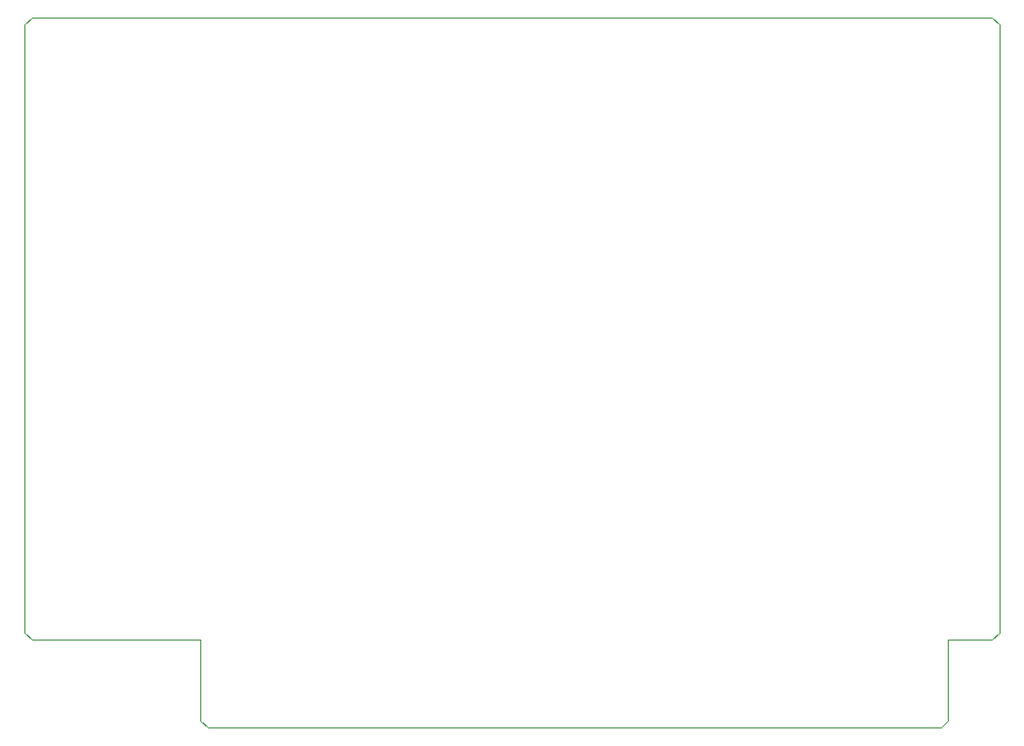
<source format=gbr>
G04 #@! TF.GenerationSoftware,KiCad,Pcbnew,5.1.5+dfsg1-2build2*
G04 #@! TF.CreationDate,2020-11-19T16:33:02-05:00*
G04 #@! TF.ProjectId,Apple2IORPi,4170706c-6532-4494-9f52-50692e6b6963,0.1*
G04 #@! TF.SameCoordinates,Original*
G04 #@! TF.FileFunction,Profile,NP*
%FSLAX46Y46*%
G04 Gerber Fmt 4.6, Leading zero omitted, Abs format (unit mm)*
G04 Created by KiCad (PCBNEW 5.1.5+dfsg1-2build2) date 2020-11-19 16:33:02*
%MOMM*%
%LPD*%
G04 APERTURE LIST*
%ADD10C,0.050000*%
G04 APERTURE END LIST*
D10*
X191770000Y-111125000D02*
X191770000Y-58420000D01*
X123190000Y-119380000D02*
X186690000Y-119380000D01*
X122555000Y-118745000D02*
X123190000Y-119380000D01*
X122555000Y-111760000D02*
X122555000Y-118745000D01*
X107950000Y-111760000D02*
X122555000Y-111760000D01*
X107315000Y-111125000D02*
X107950000Y-111760000D01*
X107315000Y-58420000D02*
X107315000Y-111125000D01*
X107950000Y-57785000D02*
X107315000Y-58420000D01*
X191135000Y-57785000D02*
X107950000Y-57785000D01*
X191770000Y-58420000D02*
X191135000Y-57785000D01*
X191135000Y-111760000D02*
X191770000Y-111125000D01*
X187325000Y-111760000D02*
X191135000Y-111760000D01*
X187325000Y-118745000D02*
X187325000Y-111760000D01*
X186690000Y-119380000D02*
X187325000Y-118745000D01*
M02*

</source>
